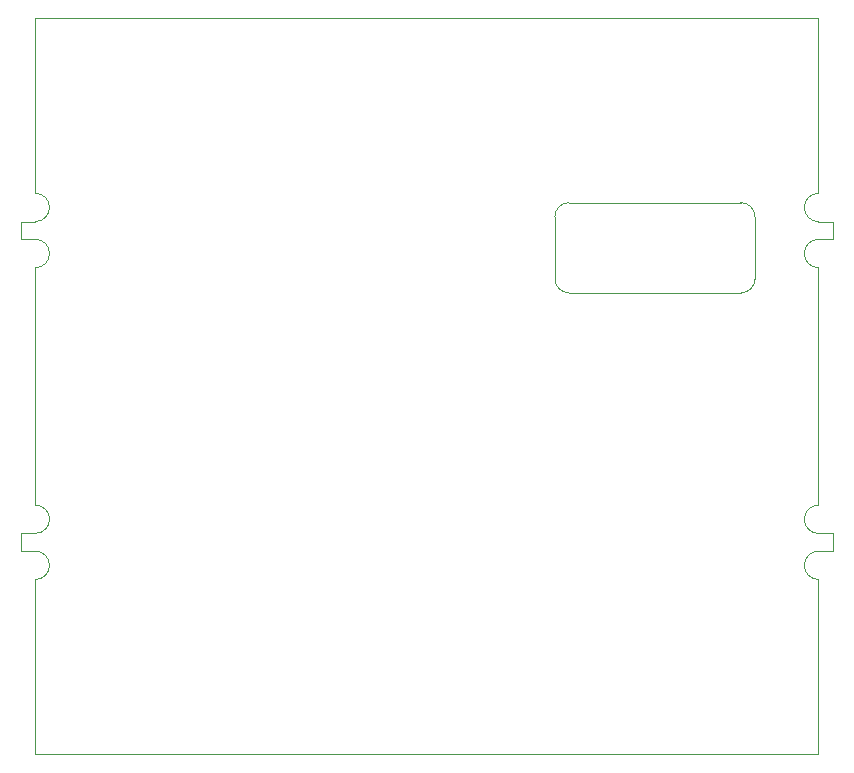
<source format=gm1>
G04 #@! TF.GenerationSoftware,KiCad,Pcbnew,8.0.8*
G04 #@! TF.CreationDate,2025-02-19T14:08:20-05:00*
G04 #@! TF.ProjectId,plot_gerbers,706c6f74-5f67-4657-9262-6572732e6b69,rev?*
G04 #@! TF.SameCoordinates,Original*
G04 #@! TF.FileFunction,Profile,NP*
%FSLAX46Y46*%
G04 Gerber Fmt 4.6, Leading zero omitted, Abs format (unit mm)*
G04 Created by KiCad (PCBNEW 8.0.8) date 2025-02-19 14:08:20*
%MOMM*%
%LPD*%
G01*
G04 APERTURE LIST*
G04 #@! TA.AperFunction,Profile*
%ADD10C,0.050000*%
G04 #@! TD*
G04 APERTURE END LIST*
D10*
X165723500Y-92380028D02*
X180269972Y-92380028D01*
X120539972Y-76790028D02*
X186839972Y-76790028D01*
X121739972Y-92790028D02*
G75*
G02*
X120539972Y-93990028I-1200065J65D01*
G01*
X186839972Y-117990028D02*
X186839972Y-97890028D01*
X186839972Y-121890028D02*
X188089972Y-121890028D01*
X120539972Y-120390028D02*
X119289972Y-120390028D01*
X121739972Y-119190028D02*
G75*
G02*
X120539972Y-120390028I-1200065J65D01*
G01*
X186839972Y-120390028D02*
G75*
G02*
X185639972Y-119190028I28J1200028D01*
G01*
X120539972Y-76790028D02*
X120539972Y-91590028D01*
X186839972Y-120390028D02*
X188089972Y-120390028D01*
X120539972Y-139090028D02*
X120539972Y-124290028D01*
X186839972Y-139090028D02*
X186839972Y-124290028D01*
X181469972Y-98820028D02*
G75*
G02*
X180269972Y-100020028I-1200000J0D01*
G01*
X186839972Y-93990028D02*
G75*
G02*
X185639972Y-92790028I28J1200028D01*
G01*
X185639972Y-96690028D02*
G75*
G02*
X186839972Y-95490028I1199932J68D01*
G01*
X121739972Y-123090028D02*
G75*
G02*
X120539972Y-124290028I-1200065J65D01*
G01*
X119289972Y-95490028D02*
X119289972Y-93990028D01*
X185639972Y-119190028D02*
G75*
G02*
X186839972Y-117990028I1199932J68D01*
G01*
X186839972Y-139090028D02*
X120539972Y-139090028D01*
X119289972Y-121890028D02*
X119289972Y-120390028D01*
X185639972Y-92790028D02*
G75*
G02*
X186839972Y-91590028I1199932J68D01*
G01*
X120539972Y-93990028D02*
X119289972Y-93990028D01*
X186839972Y-95490028D02*
X188089972Y-95490028D01*
X165723500Y-100020028D02*
X180269972Y-100020028D01*
X120539972Y-95490028D02*
X119289972Y-95490028D01*
X186839972Y-93990028D02*
X188089972Y-93990028D01*
X121739972Y-96690028D02*
G75*
G02*
X120539972Y-97890028I-1200065J65D01*
G01*
X188089972Y-93990028D02*
X188089972Y-95490028D01*
X164523500Y-93580028D02*
X164523500Y-98820028D01*
X120539972Y-97890028D02*
X120539972Y-117990028D01*
X120539972Y-121890028D02*
G75*
G02*
X121739972Y-123090028I27J-1199973D01*
G01*
X120539972Y-91590028D02*
G75*
G02*
X121739972Y-92790028I27J-1199973D01*
G01*
X120539972Y-121890028D02*
X119289972Y-121890028D01*
X185639972Y-123090028D02*
G75*
G02*
X186839972Y-121890028I1199932J68D01*
G01*
X120539972Y-95490028D02*
G75*
G02*
X121739972Y-96690028I27J-1199973D01*
G01*
X186839972Y-76790028D02*
X186839972Y-91590028D01*
X180269972Y-92380028D02*
G75*
G02*
X181469972Y-93580028I0J-1200000D01*
G01*
X120539972Y-117990028D02*
G75*
G02*
X121739972Y-119190028I27J-1199973D01*
G01*
X186839972Y-97890028D02*
G75*
G02*
X185639972Y-96690028I28J1200028D01*
G01*
X165723500Y-100020028D02*
G75*
G02*
X164523500Y-98820028I0J1200000D01*
G01*
X188089972Y-120390028D02*
X188089972Y-121890028D01*
X181469972Y-98820028D02*
X181469972Y-93580028D01*
X164523500Y-93580028D02*
G75*
G02*
X165723500Y-92380028I1200000J0D01*
G01*
X186839972Y-124290028D02*
G75*
G02*
X185639972Y-123090028I28J1200028D01*
G01*
M02*

</source>
